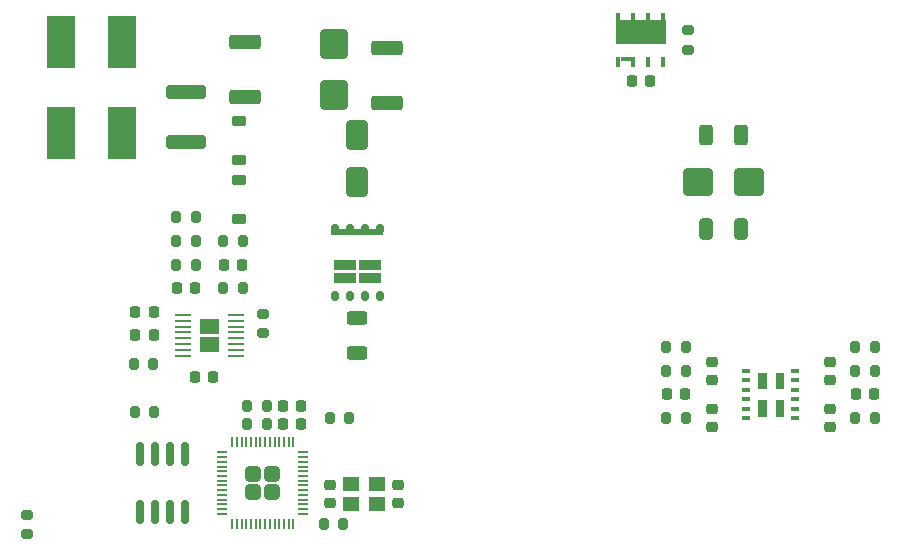
<source format=gbr>
%TF.GenerationSoftware,KiCad,Pcbnew,9.0.0-9.0.0-2~ubuntu24.04.1*%
%TF.CreationDate,2025-04-10T13:45:38-04:00*%
%TF.ProjectId,PSU,5053552e-6b69-4636-9164-5f7063625858,0*%
%TF.SameCoordinates,Original*%
%TF.FileFunction,Paste,Bot*%
%TF.FilePolarity,Positive*%
%FSLAX46Y46*%
G04 Gerber Fmt 4.6, Leading zero omitted, Abs format (unit mm)*
G04 Created by KiCad (PCBNEW 9.0.0-9.0.0-2~ubuntu24.04.1) date 2025-04-10 13:45:38*
%MOMM*%
%LPD*%
G01*
G04 APERTURE LIST*
G04 Aperture macros list*
%AMRoundRect*
0 Rectangle with rounded corners*
0 $1 Rounding radius*
0 $2 $3 $4 $5 $6 $7 $8 $9 X,Y pos of 4 corners*
0 Add a 4 corners polygon primitive as box body*
4,1,4,$2,$3,$4,$5,$6,$7,$8,$9,$2,$3,0*
0 Add four circle primitives for the rounded corners*
1,1,$1+$1,$2,$3*
1,1,$1+$1,$4,$5*
1,1,$1+$1,$6,$7*
1,1,$1+$1,$8,$9*
0 Add four rect primitives between the rounded corners*
20,1,$1+$1,$2,$3,$4,$5,0*
20,1,$1+$1,$4,$5,$6,$7,0*
20,1,$1+$1,$6,$7,$8,$9,0*
20,1,$1+$1,$8,$9,$2,$3,0*%
G04 Aperture macros list end*
%ADD10C,0.000000*%
%ADD11C,0.010000*%
%ADD12RoundRect,0.225000X0.250000X-0.225000X0.250000X0.225000X-0.250000X0.225000X-0.250000X-0.225000X0*%
%ADD13RoundRect,0.225000X-0.225000X-0.250000X0.225000X-0.250000X0.225000X0.250000X-0.225000X0.250000X0*%
%ADD14RoundRect,0.250000X-0.650000X1.000000X-0.650000X-1.000000X0.650000X-1.000000X0.650000X1.000000X0*%
%ADD15RoundRect,0.225000X-0.375000X0.225000X-0.375000X-0.225000X0.375000X-0.225000X0.375000X0.225000X0*%
%ADD16RoundRect,0.250000X-0.625000X0.312500X-0.625000X-0.312500X0.625000X-0.312500X0.625000X0.312500X0*%
%ADD17RoundRect,0.200000X-0.200000X-0.275000X0.200000X-0.275000X0.200000X0.275000X-0.200000X0.275000X0*%
%ADD18RoundRect,0.250000X-1.450000X0.312500X-1.450000X-0.312500X1.450000X-0.312500X1.450000X0.312500X0*%
%ADD19RoundRect,0.150000X-0.150000X0.825000X-0.150000X-0.825000X0.150000X-0.825000X0.150000X0.825000X0*%
%ADD20RoundRect,0.225000X0.225000X0.250000X-0.225000X0.250000X-0.225000X-0.250000X0.225000X-0.250000X0*%
%ADD21R,2.400000X4.400000*%
%ADD22RoundRect,0.250000X0.325000X0.650000X-0.325000X0.650000X-0.325000X-0.650000X0.325000X-0.650000X0*%
%ADD23RoundRect,0.250000X0.312500X0.625000X-0.312500X0.625000X-0.312500X-0.625000X0.312500X-0.625000X0*%
%ADD24RoundRect,0.200000X0.200000X0.275000X-0.200000X0.275000X-0.200000X-0.275000X0.200000X-0.275000X0*%
%ADD25RoundRect,0.249999X-0.395001X0.395001X-0.395001X-0.395001X0.395001X-0.395001X0.395001X0.395001X0*%
%ADD26RoundRect,0.050000X-0.050000X0.387500X-0.050000X-0.387500X0.050000X-0.387500X0.050000X0.387500X0*%
%ADD27RoundRect,0.050000X-0.387500X0.050000X-0.387500X-0.050000X0.387500X-0.050000X0.387500X0.050000X0*%
%ADD28RoundRect,0.200000X0.275000X-0.200000X0.275000X0.200000X-0.275000X0.200000X-0.275000X-0.200000X0*%
%ADD29RoundRect,0.250000X-1.075000X0.362500X-1.075000X-0.362500X1.075000X-0.362500X1.075000X0.362500X0*%
%ADD30R,1.333500X0.279400*%
%ADD31RoundRect,0.250000X1.000000X0.900000X-1.000000X0.900000X-1.000000X-0.900000X1.000000X-0.900000X0*%
%ADD32R,0.457200X0.889000*%
%ADD33R,0.812800X0.339000*%
%ADD34R,4.267200X2.143998*%
%ADD35RoundRect,0.225000X0.375000X-0.225000X0.375000X0.225000X-0.375000X0.225000X-0.375000X-0.225000X0*%
%ADD36R,1.400000X1.200000*%
%ADD37R,1.900000X0.900000*%
%ADD38RoundRect,0.152500X0.152500X-0.262500X0.152500X0.262500X-0.152500X0.262500X-0.152500X-0.262500X0*%
%ADD39R,4.420000X0.540000*%
%ADD40RoundRect,0.250000X0.900000X-1.000000X0.900000X1.000000X-0.900000X1.000000X-0.900000X-1.000000X0*%
%ADD41RoundRect,0.200000X-0.275000X0.200000X-0.275000X-0.200000X0.275000X-0.200000X0.275000X0.200000X0*%
%ADD42R,0.650000X0.400000*%
%ADD43RoundRect,0.225000X-0.250000X0.225000X-0.250000X-0.225000X0.250000X-0.225000X0.250000X0.225000X0*%
%ADD44RoundRect,0.218750X-0.256250X0.218750X-0.256250X-0.218750X0.256250X-0.218750X0.256250X0.218750X0*%
%ADD45RoundRect,0.218750X0.256250X-0.218750X0.256250X0.218750X-0.256250X0.218750X-0.256250X-0.218750X0*%
%ADD46RoundRect,0.218750X-0.218750X-0.256250X0.218750X-0.256250X0.218750X0.256250X-0.218750X0.256250X0*%
%ADD47RoundRect,0.218750X0.218750X0.256250X-0.218750X0.256250X-0.218750X-0.256250X0.218750X-0.256250X0*%
G04 APERTURE END LIST*
D10*
%TO.C,U1*%
G36*
X141276300Y-111900000D02*
G01*
X139723700Y-111900000D01*
X139723700Y-110626800D01*
X141276300Y-110626800D01*
X141276300Y-111900000D01*
G37*
G36*
X141276300Y-113373200D02*
G01*
X139723700Y-113373200D01*
X139723700Y-112100000D01*
X141276300Y-112100000D01*
X141276300Y-113373200D01*
G37*
D11*
%TO.C,U4*%
X187566000Y-116490000D02*
X186934000Y-116490000D01*
X186934000Y-115160000D01*
X187566000Y-115160000D01*
X187566000Y-116490000D01*
G36*
X187566000Y-116490000D02*
G01*
X186934000Y-116490000D01*
X186934000Y-115160000D01*
X187566000Y-115160000D01*
X187566000Y-116490000D01*
G37*
X187566000Y-118840000D02*
X186934000Y-118840000D01*
X186934000Y-117510000D01*
X187566000Y-117510000D01*
X187566000Y-118840000D01*
G36*
X187566000Y-118840000D02*
G01*
X186934000Y-118840000D01*
X186934000Y-117510000D01*
X187566000Y-117510000D01*
X187566000Y-118840000D01*
G37*
X189066000Y-116490000D02*
X188434000Y-116490000D01*
X188434000Y-115160000D01*
X189066000Y-115160000D01*
X189066000Y-116490000D01*
G36*
X189066000Y-116490000D02*
G01*
X188434000Y-116490000D01*
X188434000Y-115160000D01*
X189066000Y-115160000D01*
X189066000Y-116490000D01*
G37*
X189066000Y-118840000D02*
X188434000Y-118840000D01*
X188434000Y-117510000D01*
X189066000Y-117510000D01*
X189066000Y-118840000D01*
G36*
X189066000Y-118840000D02*
G01*
X188434000Y-118840000D01*
X188434000Y-117510000D01*
X189066000Y-117510000D01*
X189066000Y-118840000D01*
G37*
%TD*%
D12*
%TO.C,C35*%
X156488368Y-126223838D03*
X156488368Y-124673838D03*
%TD*%
D13*
%TO.C,C21*%
X141725000Y-106000000D03*
X143275000Y-106000000D03*
%TD*%
D14*
%TO.C,D4*%
X153000000Y-95000000D03*
X153000000Y-99000000D03*
%TD*%
D13*
%TO.C,C9*%
X137725000Y-108000000D03*
X139275000Y-108000000D03*
%TD*%
D15*
%TO.C,D5*%
X143000000Y-98850000D03*
X143000000Y-102150000D03*
%TD*%
D16*
%TO.C,R8*%
X153000000Y-110537500D03*
X153000000Y-113462500D03*
%TD*%
D17*
%TO.C,R12*%
X195175000Y-113000000D03*
X196825000Y-113000000D03*
%TD*%
D18*
%TO.C,R10*%
X138500000Y-91362500D03*
X138500000Y-95637500D03*
%TD*%
D19*
%TO.C,U9*%
X134595000Y-122025000D03*
X135865000Y-122025000D03*
X137135000Y-122025000D03*
X138405000Y-122025000D03*
X138405000Y-126975000D03*
X137135000Y-126975000D03*
X135865000Y-126975000D03*
X134595000Y-126975000D03*
%TD*%
D17*
%TO.C,R5*%
X141675000Y-104000000D03*
X143325000Y-104000000D03*
%TD*%
D20*
%TO.C,C6*%
X135775000Y-110000000D03*
X134225000Y-110000000D03*
%TD*%
D21*
%TO.C,D1*%
X133100000Y-87150000D03*
X133100000Y-94850000D03*
X127900000Y-94850000D03*
X127900000Y-87150000D03*
%TD*%
D13*
%TO.C,C36*%
X146725000Y-119500000D03*
X148275000Y-119500000D03*
%TD*%
D22*
%TO.C,C23*%
X185475000Y-103000000D03*
X182525000Y-103000000D03*
%TD*%
D17*
%TO.C,R28*%
X150675000Y-119000000D03*
X152325000Y-119000000D03*
%TD*%
D23*
%TO.C,R27*%
X185462500Y-95000000D03*
X182537500Y-95000000D03*
%TD*%
D24*
%TO.C,R9*%
X180825000Y-119000000D03*
X179175000Y-119000000D03*
%TD*%
D25*
%TO.C,U7*%
X145800000Y-123700000D03*
X144200000Y-123700000D03*
X145800000Y-125300000D03*
X144200000Y-125300000D03*
D26*
X142400000Y-121062500D03*
X142800001Y-121062500D03*
X143200000Y-121062500D03*
X143600000Y-121062500D03*
X144000000Y-121062500D03*
X144399999Y-121062500D03*
X144800000Y-121062500D03*
X145200000Y-121062500D03*
X145600001Y-121062500D03*
X146000000Y-121062500D03*
X146400000Y-121062500D03*
X146800000Y-121062500D03*
X147199999Y-121062500D03*
X147600000Y-121062500D03*
D27*
X148437500Y-121900000D03*
X148437500Y-122300001D03*
X148437500Y-122700000D03*
X148437500Y-123100000D03*
X148437500Y-123500000D03*
X148437500Y-123899999D03*
X148437500Y-124300000D03*
X148437500Y-124700000D03*
X148437500Y-125100001D03*
X148437500Y-125500000D03*
X148437500Y-125900000D03*
X148437500Y-126300000D03*
X148437500Y-126699999D03*
X148437500Y-127100000D03*
D26*
X147600000Y-127937500D03*
X147199999Y-127937500D03*
X146800000Y-127937500D03*
X146400000Y-127937500D03*
X146000000Y-127937500D03*
X145600001Y-127937500D03*
X145200000Y-127937500D03*
X144800000Y-127937500D03*
X144399999Y-127937500D03*
X144000000Y-127937500D03*
X143600000Y-127937500D03*
X143200000Y-127937500D03*
X142800001Y-127937500D03*
X142400000Y-127937500D03*
D27*
X141562500Y-127100000D03*
X141562500Y-126699999D03*
X141562500Y-126300000D03*
X141562500Y-125900000D03*
X141562500Y-125500000D03*
X141562500Y-125100001D03*
X141562500Y-124700000D03*
X141562500Y-124300000D03*
X141562500Y-123899999D03*
X141562500Y-123500000D03*
X141562500Y-123100000D03*
X141562500Y-122700000D03*
X141562500Y-122300001D03*
X141562500Y-121900000D03*
%TD*%
D24*
%TO.C,R23*%
X139325000Y-102000000D03*
X137675000Y-102000000D03*
%TD*%
D28*
%TO.C,R25*%
X145000000Y-111825000D03*
X145000000Y-110175000D03*
%TD*%
D29*
%TO.C,R32*%
X155500000Y-87687500D03*
X155500000Y-92312500D03*
%TD*%
D30*
%TO.C,U1*%
X138283850Y-113751330D03*
X138283850Y-113250950D03*
X138283850Y-112750570D03*
X138283850Y-112250190D03*
X138283850Y-111749810D03*
X138283850Y-111249430D03*
X138283850Y-110749050D03*
X138283850Y-110248670D03*
X142716150Y-110248670D03*
X142716150Y-110749050D03*
X142716150Y-111249430D03*
X142716150Y-111749810D03*
X142716150Y-112250190D03*
X142716150Y-112750570D03*
X142716150Y-113250950D03*
X142716150Y-113751330D03*
%TD*%
D31*
%TO.C,D9*%
X186150000Y-99000000D03*
X181850000Y-99000000D03*
%TD*%
D17*
%TO.C,R36*%
X143675000Y-119500000D03*
X145325000Y-119500000D03*
%TD*%
%TO.C,R37*%
X143675000Y-118000000D03*
X145325000Y-118000000D03*
%TD*%
D13*
%TO.C,C37*%
X146725000Y-118000000D03*
X148275000Y-118000000D03*
%TD*%
%TO.C,C8*%
X139225000Y-115500000D03*
X140775000Y-115500000D03*
%TD*%
D17*
%TO.C,R18*%
X134096168Y-114436498D03*
X135746168Y-114436498D03*
%TD*%
D29*
%TO.C,R1*%
X143500000Y-87187500D03*
X143500000Y-91812500D03*
%TD*%
D32*
%TO.C,U2*%
X178905000Y-88849999D03*
X177635000Y-88849999D03*
X176365000Y-88849999D03*
D33*
X175730000Y-88570000D03*
D32*
X175095000Y-88849999D03*
X175095000Y-85150001D03*
X176365000Y-85150001D03*
X177635000Y-85150001D03*
D34*
X177000000Y-86327502D03*
D32*
X178905000Y-85150001D03*
%TD*%
D17*
%TO.C,R3*%
X141675000Y-108000000D03*
X143325000Y-108000000D03*
%TD*%
%TO.C,R4*%
X137675000Y-106000000D03*
X139325000Y-106000000D03*
%TD*%
D35*
%TO.C,D8*%
X143000000Y-97150000D03*
X143000000Y-93850000D03*
%TD*%
D36*
%TO.C,Y1*%
X152500000Y-124598838D03*
X154700000Y-124598838D03*
X154700000Y-126298838D03*
X152500000Y-126298838D03*
%TD*%
D13*
%TO.C,C4*%
X176225000Y-90500000D03*
X177775000Y-90500000D03*
%TD*%
D24*
%TO.C,R29*%
X151825000Y-128000000D03*
X150175000Y-128000000D03*
%TD*%
D20*
%TO.C,C7*%
X135775000Y-112000000D03*
X134225000Y-112000000D03*
%TD*%
D37*
%TO.C,Q1*%
X151950000Y-107100000D03*
X154050000Y-107100000D03*
X151950000Y-106000000D03*
X154050000Y-106000000D03*
D38*
X154905000Y-108690000D03*
X153640000Y-108690000D03*
X152370000Y-108690000D03*
X151100000Y-108690000D03*
X151095000Y-103010000D03*
X152365000Y-103010000D03*
X153635000Y-103010000D03*
D39*
X153000000Y-103280000D03*
D38*
X154905000Y-103010000D03*
%TD*%
D24*
%TO.C,R6*%
X180825000Y-113000000D03*
X179175000Y-113000000D03*
%TD*%
D17*
%TO.C,R26*%
X134175000Y-118500000D03*
X135825000Y-118500000D03*
%TD*%
D40*
%TO.C,D3*%
X151000000Y-91650000D03*
X151000000Y-87350000D03*
%TD*%
D17*
%TO.C,R7*%
X137675000Y-104000000D03*
X139325000Y-104000000D03*
%TD*%
D41*
%TO.C,R2*%
X181000000Y-86175000D03*
X181000000Y-87825000D03*
%TD*%
%TO.C,R38*%
X125045000Y-127175000D03*
X125045000Y-128825000D03*
%TD*%
D42*
%TO.C,U4*%
X185925000Y-119000000D03*
X185925000Y-118200000D03*
X185925000Y-117400000D03*
X185925000Y-116600000D03*
X185925000Y-115800000D03*
X185925000Y-115000000D03*
X190075000Y-115000000D03*
X190075000Y-115800000D03*
X190075000Y-116600000D03*
X190075000Y-117400000D03*
X190075000Y-118200000D03*
X190075000Y-119000000D03*
%TD*%
D24*
%TO.C,R14*%
X196825000Y-115000000D03*
X195175000Y-115000000D03*
%TD*%
D43*
%TO.C,C26*%
X150700000Y-124673838D03*
X150700000Y-126223838D03*
%TD*%
D44*
%TO.C,D11*%
X193000000Y-114212500D03*
X193000000Y-115787500D03*
%TD*%
D45*
%TO.C,D6*%
X183000000Y-119787500D03*
X183000000Y-118212500D03*
%TD*%
D44*
%TO.C,D7*%
X183000000Y-114212500D03*
X183000000Y-115787500D03*
%TD*%
D17*
%TO.C,R11*%
X179175000Y-115000000D03*
X180825000Y-115000000D03*
%TD*%
%TO.C,R13*%
X195175000Y-119000000D03*
X196825000Y-119000000D03*
%TD*%
D46*
%TO.C,D12*%
X179212500Y-117000000D03*
X180787500Y-117000000D03*
%TD*%
D45*
%TO.C,D10*%
X193000000Y-119787500D03*
X193000000Y-118212500D03*
%TD*%
D47*
%TO.C,D13*%
X196787500Y-117000000D03*
X195212500Y-117000000D03*
%TD*%
M02*

</source>
